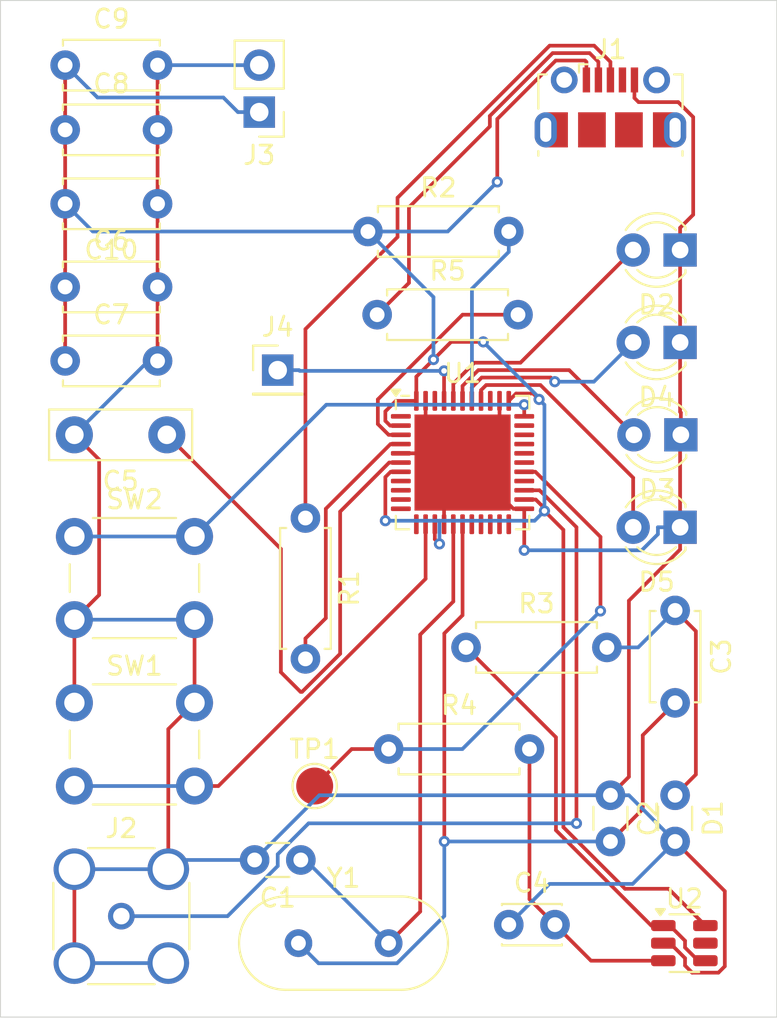
<source format=kicad_pcb>
(kicad_pcb (version 20240108) (generator "pcbnew") (generator_version "8.0")
  (layers (0 "F.Cu" signal) (31 "B.Cu" signal) (34 "B.Paste" user) (35 "F.Paste" user) (36 "B.SilkS" user "B.Silkscreen") (37 "F.SilkS" user "F.Silkscreen") (38 "B.Mask" user) (39 "F.Mask" user) (44 "Edge.Cuts" user))
  (net 0 "")
  (net 1 "Net-(U1-XTAL2)")
  (net 2 "GND")
  (net 3 "Net-(U1-XTAL1)")
  (net 4 "Net-(D1-K)")
  (net 5 "Net-(U2-+)")
  (net 6 "Net-(U1-UCAP)")
  (net 7 "5V")
  (net 8 "Net-(D2-A)")
  (net 9 "Net-(D3-A)")
  (net 10 "Net-(D4-A)")
  (net 11 "Net-(D5-A)")
  (net 16 "Net-(J1-D+)")
  (net 20 "Net-(J1-D-)")
  (net 23 "Net-(J2-In)")
  (net 24 "Net-(J4-Pin_1)")
  (net 25 "Net-(U1-D+)")
  (net 26 "Net-(SW2-A)")
  (net 27 "Net-(U2--)")
  (net 28 "Net-(U1-PD7)")
  (net 29 "Net-(U1-D-)")
  (net 30 "Net-(SW1-B)")
  (footprint "Capacitor_THT:C_Disc_D5.0mm_W2.5mm_P5.00mm" (layer "F.Cu") (at 135.5 70)
    (property "Reference" "C8" (at 2.5 -2.5 0) (layer "F.SilkS"))
    (property "Value" "100n")
    (pad "1" thru_hole circle (at 0 0) (size 1.6 1.6) (drill 0.8) (layers "*.Cu" "*.Mask") (net 7 "5V"))
    (pad "2" thru_hole circle (at 5 0) (size 1.6 1.6) (drill 0.8) (layers "*.Cu" "*.Mask") (net 2 "GND"))
  )
  (footprint "Resistor_THT:R_Axial_DIN0207_L6.3mm_D2.5mm_P7.62mm_Horizontal" (layer "F.Cu") (at 151.88 75.5)
    (property "Reference" "R2" (at 3.81 -2.37 0) (layer "F.SilkS"))
    (property "Value" "5k")
    (pad "1" thru_hole circle (at 0 0) (size 1.6 1.6) (drill 0.8) (layers "*.Cu" "*.Mask") (net 7 "5V"))
    (pad "2" thru_hole oval (at 7.62 0) (size 1.6 1.6) (drill 0.8) (layers "*.Cu" "*.Mask") (net 26 "Net-(SW2-A)"))
  )
  (footprint "Button_Switch_THT:SW_PUSH_6mm" (layer "F.Cu") (at 136 92)
    (property "Reference" "SW2" (at 3.25 -2 0) (layer "F.SilkS"))
    (property "Value" "~")
    (pad "1" thru_hole circle (at 0 0 90) (size 2 2) (drill 1.1) (layers "*.Cu" "*.Mask") (net 26 "Net-(SW2-A)"))
    (pad "1" thru_hole circle (at 6.5 0 90) (size 2 2) (drill 1.1) (layers "*.Cu" "*.Mask") (net 26 "Net-(SW2-A)"))
    (pad "2" thru_hole circle (at 0 4.5 90) (size 2 2) (drill 1.1) (layers "*.Cu" "*.Mask") (net 2 "GND"))
    (pad "2" thru_hole circle (at 6.5 4.5 90) (size 2 2) (drill 1.1) (layers "*.Cu" "*.Mask") (net 2 "GND"))
  )
  (footprint "Capacitor_THT:C_Disc_D3.0mm_W1.6mm_P2.50mm" (layer "F.Cu") (at 148.25 109.5 180)
    (property "Reference" "C1" (at 1.25 -2.05 0) (layer "F.SilkS"))
    (property "Value" "18pF")
    (pad "1" thru_hole circle (at 0 0 180) (size 1.6 1.6) (drill 0.8) (layers "*.Cu" "*.Mask") (net 1 "Net-(U1-XTAL2)"))
    (pad "2" thru_hole circle (at 2.5 0 180) (size 1.6 1.6) (drill 0.8) (layers "*.Cu" "*.Mask") (net 2 "GND"))
  )
  (footprint "Capacitor_THT:C_Disc_D4.7mm_W2.5mm_P5.00mm" (layer "F.Cu") (at 168.5 96 -90)
    (property "Reference" "C3" (at 2.5 -2.5 90) (layer "F.SilkS"))
    (property "Value" "10nF")
    (pad "1" thru_hole circle (at 0 0 270) (size 1.6 1.6) (drill 0.8) (layers "*.Cu" "*.Mask") (net 4 "Net-(D1-K)"))
    (pad "2" thru_hole circle (at 5 0 270) (size 1.6 1.6) (drill 0.8) (layers "*.Cu" "*.Mask") (net 3 "Net-(U1-XTAL1)"))
  )
  (footprint "LED_THT:LED_D3.0mm" (layer "F.Cu") (at 168.77 81.5 180)
    (property "Reference" "D4" (at 1.27 -2.96 0) (layer "F.SilkS"))
    (property "Value" "LED_Small")
    (pad "1" thru_hole rect (at 0 0 180) (size 1.8 1.8) (drill 0.9) (layers "*.Cu" "*.Mask") (net 2 "GND"))
    (pad "2" thru_hole circle (at 2.54 0 180) (size 1.8 1.8) (drill 0.9) (layers "*.Cu" "*.Mask") (net 10 "Net-(D4-A)"))
  )
  (footprint "Package_DFN_QFN:QFN-44-1EP_7x7mm_P0.5mm_EP5.2x5.2mm" (layer "F.Cu") (at 157 88)
    (property "Reference" "U1" (at 0 -4.83 0) (layer "F.SilkS"))
    (property "Value" "ATmega16U4-M")
    (pad "1" smd roundrect (at -3.3375 -2.5) (size 1.075 0.25) (layers "F.Cu" "F.Paste" "F.Mask"))
    (pad "2" smd roundrect (at -3.3375 -2) (size 1.075 0.25) (layers "F.Cu" "F.Paste" "F.Mask") (net 7 "5V"))
    (pad "3" smd roundrect (at -3.3375 -1.5) (size 1.075 0.25) (layers "F.Cu" "F.Paste" "F.Mask") (net 29 "Net-(U1-D-)"))
    (pad "4" smd roundrect (at -3.3375 -1) (size 1.075 0.25) (layers "F.Cu" "F.Paste" "F.Mask") (net 25 "Net-(U1-D+)"))
    (pad "5" smd roundrect (at -3.3375 -0.5) (size 1.075 0.25) (layers "F.Cu" "F.Paste" "F.Mask") (net 2 "GND"))
    (pad "6" smd roundrect (at -3.3375 0) (size 1.075 0.25) (layers "F.Cu" "F.Paste" "F.Mask") (net 6 "Net-(U1-UCAP)"))
    (pad "7" smd roundrect (at -3.3375 0.5) (size 1.075 0.25) (layers "F.Cu" "F.Paste" "F.Mask") (net 7 "5V"))
    (pad "8" smd roundrect (at -3.3375 1) (size 1.075 0.25) (layers "F.Cu" "F.Paste" "F.Mask"))
    (pad "9" smd roundrect (at -3.3375 1.5) (size 1.075 0.25) (layers "F.Cu" "F.Paste" "F.Mask"))
    (pad "10" smd roundrect (at -3.3375 2) (size 1.075 0.25) (layers "F.Cu" "F.Paste" "F.Mask"))
    (pad "11" smd roundrect (at -3.3375 2.5) (size 1.075 0.25) (layers "F.Cu" "F.Paste" "F.Mask"))
    (pad "12" smd roundrect (at -2.5 3.3375) (size 0.25 1.075) (layers "F.Cu" "F.Paste" "F.Mask"))
    (pad "13" smd roundrect (at -2 3.3375) (size 0.25 1.075) (layers "F.Cu" "F.Paste" "F.Mask") (net 30 "Net-(SW1-B)"))
    (pad "14" smd roundrect (at -1.5 3.3375) (size 0.25 1.075) (layers "F.Cu" "F.Paste" "F.Mask") (net 7 "5V"))
    (pad "15" smd roundrect (at -1 3.3375) (size 0.25 1.075) (layers "F.Cu" "F.Paste" "F.Mask") (net 2 "GND"))
    (pad "16" smd roundrect (at -0.5 3.3375) (size 0.25 1.075) (layers "F.Cu" "F.Paste" "F.Mask") (net 1 "Net-(U1-XTAL2)"))
    (pad "17" smd roundrect (at 0 3.3375) (size 0.25 1.075) (layers "F.Cu" "F.Paste" "F.Mask") (net 3 "Net-(U1-XTAL1)"))
    (pad "18" smd roundrect (at 0.5 3.3375) (size 0.25 1.075) (layers "F.Cu" "F.Paste" "F.Mask"))
    (pad "19" smd roundrect (at 1 3.3375) (size 0.25 1.075) (layers "F.Cu" "F.Paste" "F.Mask"))
    (pad "20" smd roundrect (at 1.5 3.3375) (size 0.25 1.075) (layers "F.Cu" "F.Paste" "F.Mask"))
    (pad "21" smd roundrect (at 2 3.3375) (size 0.25 1.075) (layers "F.Cu" "F.Paste" "F.Mask"))
    (pad "22" smd roundrect (at 2.5 3.3375) (size 0.25 1.075) (layers "F.Cu" "F.Paste" "F.Mask"))
    (pad "23" smd roundrect (at 3.3375 2.5) (size 1.075 0.25) (layers "F.Cu" "F.Paste" "F.Mask") (net 2 "GND"))
    (pad "24" smd roundrect (at 3.3375 2) (size 1.075 0.25) (layers "F.Cu" "F.Paste" "F.Mask") (net 7 "5V"))
    (pad "25" smd roundrect (at 3.3375 1.5) (size 1.075 0.25) (layers "F.Cu" "F.Paste" "F.Mask") (net 23 "Net-(J2-In)"))
    (pad "26" smd roundrect (at 3.3375 1) (size 1.075 0.25) (layers "F.Cu" "F.Paste" "F.Mask"))
    (pad "27" smd roundrect (at 3.3375 0.5) (size 1.075 0.25) (layers "F.Cu" "F.Paste" "F.Mask") (net 28 "Net-(U1-PD7)"))
    (pad "28" smd roundrect (at 3.3375 0) (size 1.075 0.25) (layers "F.Cu" "F.Paste" "F.Mask"))
    (pad "29" smd roundrect (at 3.3375 -0.5) (size 1.075 0.25) (layers "F.Cu" "F.Paste" "F.Mask"))
    (pad "30" smd roundrect (at 3.3375 -1) (size 1.075 0.25) (layers "F.Cu" "F.Paste" "F.Mask"))
    (pad "31" smd roundrect (at 3.3375 -1.5) (size 1.075 0.25) (layers "F.Cu" "F.Paste" "F.Mask"))
    (pad "32" smd roundrect (at 3.3375 -2) (size 1.075 0.25) (layers "F.Cu" "F.Paste" "F.Mask"))
    (pad "33" smd roundrect (at 3.3375 -2.5) (size 1.075 0.25) (layers "F.Cu" "F.Paste" "F.Mask") (net 26 "Net-(SW2-A)"))
    (pad "34" smd roundrect (at 2.5 -3.3375) (size 0.25 1.075) (layers "F.Cu" "F.Paste" "F.Mask") (net 7 "5V"))
    (pad "35" smd roundrect (at 2 -3.3375) (size 0.25 1.075) (layers "F.Cu" "F.Paste" "F.Mask") (net 2 "GND"))
    (pad "36" smd roundrect (at 1.5 -3.3375) (size 0.25 1.075) (layers "F.Cu" "F.Paste" "F.Mask"))
    (pad "37" smd roundrect (at 1 -3.3375) (size 0.25 1.075) (layers "F.Cu" "F.Paste" "F.Mask") (net 11 "Net-(D5-A)"))
    (pad "38" smd roundrect (at 0.5 -3.3375) (size 0.25 1.075) (layers "F.Cu" "F.Paste" "F.Mask") (net 10 "Net-(D4-A)"))
    (pad "39" smd roundrect (at 0 -3.3375) (size 0.25 1.075) (layers "F.Cu" "F.Paste" "F.Mask") (net 9 "Net-(D3-A)"))
    (pad "40" smd roundrect (at -0.5 -3.3375) (size 0.25 1.075) (layers "F.Cu" "F.Paste" "F.Mask") (net 8 "Net-(D2-A)"))
    (pad "41" smd roundrect (at -1 -3.3375) (size 0.25 1.075) (layers "F.Cu" "F.Paste" "F.Mask") (net 24 "Net-(J4-Pin_1)"))
    (pad "42" smd roundrect (at -1.5 -3.3375) (size 0.25 1.075) (layers "F.Cu" "F.Paste" "F.Mask"))
    (pad "43" smd roundrect (at -2 -3.3375) (size 0.25 1.075) (layers "F.Cu" "F.Paste" "F.Mask") (net 2 "GND"))
    (pad "44" smd roundrect (at -2.5 -3.3375) (size 0.25 1.075) (layers "F.Cu" "F.Paste" "F.Mask") (net 7 "5V"))
    (pad "45" smd rect (at 0 0) (size 5.2 5.2) (property pad_prop_heatsink) (layers "F.Cu" "F.Mask") (net 2 "GND"))
  )
  (footprint "LED_THT:LED_D3.0mm" (layer "F.Cu") (at 168.77 76.5 180)
    (property "Reference" "D2" (at 1.27 -2.96 0) (layer "F.SilkS"))
    (property "Value" "LED_Small")
    (pad "1" thru_hole rect (at 0 0 180) (size 1.8 1.8) (drill 0.9) (layers "*.Cu" "*.Mask") (net 2 "GND"))
    (pad "2" thru_hole circle (at 2.54 0 180) (size 1.8 1.8) (drill 0.9) (layers "*.Cu" "*.Mask") (net 8 "Net-(D2-A)"))
  )
  (footprint "Capacitor_THT:C_Disc_D5.0mm_W2.5mm_P5.00mm" (layer "F.Cu") (at 135.5 82.5)
    (property "Reference" "C7" (at 2.5 -2.5 0) (layer "F.SilkS"))
    (property "Value" "100n")
    (pad "1" thru_hole circle (at 0 0) (size 1.6 1.6) (drill 0.8) (layers "*.Cu" "*.Mask") (net 7 "5V"))
    (pad "2" thru_hole circle (at 5 0) (size 1.6 1.6) (drill 0.8) (layers "*.Cu" "*.Mask") (net 2 "GND"))
  )
  (footprint "Capacitor_THT:C_Disc_D5.0mm_W2.5mm_P5.00mm" (layer "F.Cu") (at 135.5 78.5)
    (property "Reference" "C6" (at 2.5 -2.5 0) (layer "F.SilkS"))
    (property "Value" "100n")
    (pad "1" thru_hole circle (at 0 0) (size 1.6 1.6) (drill 0.8) (layers "*.Cu" "*.Mask") (net 7 "5V"))
    (pad "2" thru_hole circle (at 5 0) (size 1.6 1.6) (drill 0.8) (layers "*.Cu" "*.Mask") (net 2 "GND"))
  )
  (footprint "Capacitor_THT:C_Disc_D7.5mm_W2.5mm_P5.00mm" (layer "F.Cu") (at 141 86.5 180)
    (property "Reference" "C5" (at 2.5 -2.5 0) (layer "F.SilkS"))
    (property "Value" "1u")
    (pad "1" thru_hole circle (at 0 0 180) (size 2 2) (drill 1) (layers "*.Cu" "*.Mask") (net 6 "Net-(U1-UCAP)"))
    (pad "2" thru_hole circle (at 5 0 180) (size 2 2) (drill 1) (layers "*.Cu" "*.Mask") (net 2 "GND"))
  )
  (footprint "LED_THT:LED_D3.0mm" (layer "F.Cu") (at 168.81 86.5 180)
    (property "Reference" "D3" (at 1.27 -2.96 0) (layer "F.SilkS"))
    (property "Value" "LED_Small")
    (pad "1" thru_hole rect (at 0 0 180) (size 1.8 1.8) (drill 0.9) (layers "*.Cu" "*.Mask") (net 2 "GND"))
    (pad "2" thru_hole circle (at 2.54 0 180) (size 1.8 1.8) (drill 0.9) (layers "*.Cu" "*.Mask") (net 9 "Net-(D3-A)"))
  )
  (footprint "Capacitor_THT:C_Disc_D5.0mm_W2.5mm_P5.00mm" (layer "F.Cu") (at 135.5 66.5)
    (property "Reference" "C9" (at 2.5 -2.5 0) (layer "F.SilkS"))
    (property "Value" "100n")
    (pad "1" thru_hole circle (at 0 0) (size 1.6 1.6) (drill 0.8) (layers "*.Cu" "*.Mask") (net 7 "5V"))
    (pad "2" thru_hole circle (at 5 0) (size 1.6 1.6) (drill 0.8) (layers "*.Cu" "*.Mask") (net 2 "GND"))
  )
  (footprint "TestPoint:TestPoint_Pad_D2.0mm" (layer "F.Cu") (at 149 105.5)
    (property "Reference" "TP1" (at 0 -1.998 0) (layer "F.SilkS"))
    (property "Value" "TestPoint")
    (pad "1" smd circle (at 0 0) (size 2 2) (layers "F.Cu" "F.Mask") (net 28 "Net-(U1-PD7)"))
  )
  (footprint "Package_TO_SOT_SMD:TSOT-23-6" (layer "F.Cu") (at 169 114)
    (property "Reference" "U2" (at 0 -2.4 0) (layer "F.SilkS"))
    (property "Value" "LMH6611")
    (pad "1" smd roundrect (at -1.1375 -0.95) (size 1.325 0.6) (layers "F.Cu" "F.Paste" "F.Mask") (net 27 "Net-(U2--)"))
    (pad "2" smd roundrect (at -1.1375 0) (size 1.325 0.6) (layers "F.Cu" "F.Paste" "F.Mask") (net 2 "GND"))
    (pad "3" smd roundrect (at -1.1375 0.95) (size 1.325 0.6) (layers "F.Cu" "F.Paste" "F.Mask") (net 5 "Net-(U2-+)"))
    (pad "4" smd roundrect (at 1.1375 0.95) (size 1.325 0.6) (layers "F.Cu" "F.Paste" "F.Mask") (net 27 "Net-(U2--)"))
    (pad "5" smd roundrect (at 1.1375 0) (size 1.325 0.6) (layers "F.Cu" "F.Paste" "F.Mask"))
    (pad "6" smd roundrect (at 1.1375 -0.95) (size 1.325 0.6) (layers "F.Cu" "F.Paste" "F.Mask") (net 7 "5V"))
  )
  (footprint "Connector_PinHeader_2.54mm:PinHeader_1x01_P2.54mm_Vertical" (layer "F.Cu") (at 147 83)
    (property "Reference" "J4" (at 0 -2.33 0) (layer "F.SilkS"))
    (property "Value" "Conn_01x01_Socket")
    (pad "1" thru_hole rect (at 0 0) (size 1.7 1.7) (drill 1) (layers "*.Cu" "*.Mask") (net 24 "Net-(J4-Pin_1)"))
  )
  (footprint "Resistor_THT:R_Axial_DIN0207_L6.3mm_D2.5mm_P7.62mm_Horizontal" (layer "F.Cu") (at 148.5 91 -90)
    (property "Reference" "R1" (at 3.81 -2.37 90) (layer "F.SilkS"))
    (property "Value" "22")
    (pad "1" thru_hole circle (at 0 0 270) (size 1.6 1.6) (drill 0.8) (layers "*.Cu" "*.Mask") (net 16 "Net-(J1-D+)"))
    (pad "2" thru_hole oval (at 7.62 0 270) (size 1.6 1.6) (drill 0.8) (layers "*.Cu" "*.Mask") (net 25 "Net-(U1-D+)"))
  )
  (footprint "Resistor_THT:R_Axial_DIN0207_L6.3mm_D2.5mm_P7.62mm_Horizontal" (layer "F.Cu") (at 157.19 98)
    (property "Reference" "R3" (at 3.81 -2.37 0) (layer "F.SilkS"))
    (property "Value" "5k")
    (pad "1" thru_hole circle (at 0 0) (size 1.6 1.6) (drill 0.8) (layers "*.Cu" "*.Mask") (net 27 "Net-(U2--)"))
    (pad "2" thru_hole oval (at 7.62 0) (size 1.6 1.6) (drill 0.8) (layers "*.Cu" "*.Mask") (net 4 "Net-(D1-K)"))
  )
  (footprint "LED_THT:LED_D3.0mm" (layer "F.Cu") (at 168.77 91.5 180)
    (property "Reference" "D5" (at 1.27 -2.96 0) (layer "F.SilkS"))
    (property "Value" "LED_Small")
    (pad "1" thru_hole rect (at 0 0 180) (size 1.8 1.8) (drill 0.9) (layers "*.Cu" "*.Mask") (net 2 "GND"))
    (pad "2" thru_hole circle (at 2.54 0 180) (size 1.8 1.8) (drill 0.9) (layers "*.Cu" "*.Mask") (net 11 "Net-(D5-A)"))
  )
  (footprint "Capacitor_THT:C_Disc_D3.0mm_W2.0mm_P2.50mm" (layer "F.Cu") (at 159.5 113)
    (property "Reference" "C4" (at 1.25 -2.25 0) (layer "F.SilkS"))
    (property "Value" "18pF")
    (pad "1" thru_hole circle (at 0 0) (size 1.6 1.6) (drill 0.8) (layers "*.Cu" "*.Mask") (net 2 "GND"))
    (pad "2" thru_hole circle (at 2.5 0) (size 1.6 1.6) (drill 0.8) (layers "*.Cu" "*.Mask") (net 5 "Net-(U2-+)"))
  )
  (footprint "Resistor_THT:R_Axial_DIN0207_L6.3mm_D2.5mm_P7.62mm_Horizontal" (layer "F.Cu") (at 152.38 80)
    (property "Reference" "R5" (at 3.81 -2.37 0) (layer "F.SilkS"))
    (property "Value" "22")
    (pad "1" thru_hole circle (at 0 0) (size 1.6 1.6) (drill 0.8) (layers "*.Cu" "*.Mask") (net 20 "Net-(J1-D-)"))
    (pad "2" thru_hole oval (at 7.62 0) (size 1.6 1.6) (drill 0.8) (layers "*.Cu" "*.Mask") (net 29 "Net-(U1-D-)"))
  )
  (footprint "Resistor_THT:R_Axial_DIN0207_L6.3mm_D2.5mm_P7.62mm_Horizontal" (layer "F.Cu") (at 153 103.5)
    (property "Reference" "R4" (at 3.81 -2.37 0) (layer "F.SilkS"))
    (property "Value" "5k")
    (pad "1" thru_hole circle (at 0 0) (size 1.6 1.6) (drill 0.8) (layers "*.Cu" "*.Mask") (net 28 "Net-(U1-PD7)"))
    (pad "2" thru_hole oval (at 7.62 0) (size 1.6 1.6) (drill 0.8) (layers "*.Cu" "*.Mask") (net 5 "Net-(U2-+)"))
  )
  (footprint "Connector_Coaxial:SMA_Amphenol_132134-14_Vertical" (layer "F.Cu") (at 138.54 112.54)
    (property "Reference" "J2" (at 0 -4.75 0) (layer "F.SilkS"))
    (property "Value" "Conn_Coaxial")
    (pad "1" thru_hole circle (at 0 0) (size 1.44 1.44) (drill 0.89) (layers "*.Cu" "*.Mask") (net 23 "Net-(J2-In)"))
    (pad "2" thru_hole circle (at -2.54 -2.54) (size 2.25 2.25) (drill 1.7) (layers "*.Cu" "*.Mask") (net 2 "GND"))
    (pad "2" thru_hole circle (at -2.54 2.54) (size 2.25 2.25) (drill 1.7) (layers "*.Cu" "*.Mask") (net 2 "GND"))
    (pad "2" thru_hole circle (at 2.54 -2.54) (size 2.25 2.25) (drill 1.7) (layers "*.Cu" "*.Mask") (net 2 "GND"))
    (pad "2" thru_hole circle (at 2.54 2.54) (size 2.25 2.25) (drill 1.7) (layers "*.Cu" "*.Mask") (net 2 "GND"))
  )
  (footprint "Connector_USB:USB_Micro-B_Molex-105017-0001" (layer "F.Cu") (at 165 68.7625)
    (property "Reference" "J1" (at 0 -3.1125 0) (layer "F.SilkS"))
    (property "Value" "USB_OTG")
    (pad "1" smd rect (at -1.3 -1.4625) (size 0.4 1.35) (layers "F.Cu" "F.Paste" "F.Mask") (net 7 "5V"))
    (pad "2" smd rect (at -0.65 -1.4625) (size 0.4 1.35) (layers "F.Cu" "F.Paste" "F.Mask") (net 20 "Net-(J1-D-)"))
    (pad "3" smd rect (at 0 -1.4625) (size 0.4 1.35) (layers "F.Cu" "F.Paste" "F.Mask") (net 16 "Net-(J1-D+)"))
    (pad "4" smd rect (at 0.65 -1.4625) (size 0.4 1.35) (layers "F.Cu" "F.Paste" "F.Mask"))
    (pad "5" smd rect (at 1.3 -1.4625) (size 0.4 1.35) (layers "F.Cu" "F.Paste" "F.Mask") (net 2 "GND"))
    (pad "6" thru_hole oval (at -3.5 1.2375 180) (size 1.2 1.9) (drill oval 0.6 1.3) (property pad_prop_heatsink) (layers "*.Cu" "*.Mask"))
    (pad "6" smd rect (at -2.9 1.2375) (size 1.2 1.9) (layers "F.Cu" "F.Mask"))
    (pad "6" thru_hole circle (at -2.5 -1.4625) (size 1.45 1.45) (drill 0.85) (property pad_prop_heatsink) (layers "*.Cu" "*.Mask"))
    (pad "6" smd rect (at -1 1.2375) (size 1.5 1.9) (layers "F.Cu" "F.Paste" "F.Mask"))
    (pad "6" smd rect (at 1 1.2375) (size 1.5 1.9) (layers "F.Cu" "F.Paste" "F.Mask"))
    (pad "6" thru_hole circle (at 2.5 -1.4625) (size 1.45 1.45) (drill 0.85) (property pad_prop_heatsink) (layers "*.Cu" "*.Mask"))
    (pad "6" smd rect (at 2.9 1.2375) (size 1.2 1.9) (layers "F.Cu" "F.Mask"))
    (pad "6" thru_hole oval (at 3.5 1.2375) (size 1.2 1.9) (drill oval 0.6 1.3) (property pad_prop_heatsink) (layers "*.Cu" "*.Mask"))
  )
  (footprint "Button_Switch_THT:SW_PUSH_6mm" (layer "F.Cu") (at 136 101)
    (property "Reference" "SW1" (at 3.25 -2 0) (layer "F.SilkS"))
    (property "Value" "~")
    (pad "1" thru_hole circle (at 0 0 90) (size 2 2) (drill 1.1) (layers "*.Cu" "*.Mask") (net 2 "GND"))
    (pad "1" thru_hole circle (at 6.5 0 90) (size 2 2) (drill 1.1) (layers "*.Cu" "*.Mask") (net 2 "GND"))
    (pad "2" thru_hole circle (at 0 4.5 90) (size 2 2) (drill 1.1) (layers "*.Cu" "*.Mask") (net 30 "Net-(SW1-B)"))
    (pad "2" thru_hole circle (at 6.5 4.5 90) (size 2 2) (drill 1.1) (layers "*.Cu" "*.Mask") (net 30 "Net-(SW1-B)"))
  )
  (footprint "Crystal:Crystal_HC49-U_Vertical" (layer "F.Cu") (at 148.12 114)
    (property "Reference" "Y1" (at 2.44 -3.525 0) (layer "F.SilkS"))
    (property "Value" "Crystal")
    (pad "1" thru_hole circle (at 0 0) (size 1.5 1.5) (drill 0.8) (layers "*.Cu" "*.Mask") (net 3 "Net-(U1-XTAL1)"))
    (pad "2" thru_hole circle (at 4.88 0) (size 1.5 1.5) (drill 0.8) (layers "*.Cu" "*.Mask") (net 1 "Net-(U1-XTAL2)"))
  )
  (footprint "Connector_PinHeader_2.54mm:PinHeader_1x02_P2.54mm_Vertical" (layer "F.Cu") (at 146 69.04 180)
    (property "Reference" "J3" (at 0 -2.33 0) (layer "F.SilkS"))
    (property "Value" "Conn_01x02_Socket")
    (pad "1" thru_hole rect (at 0 0 180) (size 1.7 1.7) (drill 1) (layers "*.Cu" "*.Mask") (net 7 "5V"))
    (pad "2" thru_hole oval (at 0 2.54 180) (size 1.7 1.7) (drill 1) (layers "*.Cu" "*.Mask") (net 2 "GND"))
  )
  (footprint "Capacitor_THT:C_Disc_D3.0mm_W1.6mm_P2.50mm" (layer "F.Cu") (at 168.5 106 -90)
    (property "Reference" "D1" (at 1.25 -2.05 90) (layer "F.SilkS"))
    (property "Value" "10pF")
    (pad "1" thru_hole circle (at 0 0 270) (size 1.6 1.6) (drill 0.8) (layers "*.Cu" "*.Mask") (net 4 "Net-(D1-K)"))
    (pad "2" thru_hole circle (at 2.5 0 270) (size 1.6 1.6) (drill 0.8) (layers "*.Cu" "*.Mask") (net 2 "GND"))
  )
  (footprint "Capacitor_THT:C_Disc_D5.0mm_W2.5mm_P5.00mm" (layer "F.Cu") (at 140.5 74 180)
    (property "Reference" "C10" (at 2.5 -2.5 0) (layer "F.SilkS"))
    (property "Value" "100n")
    (pad "1" thru_hole circle (at 0 0 180) (size 1.6 1.6) (drill 0.8) (layers "*.Cu" "*.Mask") (net 2 "GND"))
    (pad "2" thru_hole circle (at 5 0 180) (size 1.6 1.6) (drill 0.8) (layers "*.Cu" "*.Mask") (net 7 "5V"))
  )
  (footprint "Capacitor_THT:C_Disc_D3.0mm_W1.6mm_P2.50mm" (layer "F.Cu") (at 165 106 -90)
    (property "Reference" "C2" (at 1.25 -2.05 90) (layer "F.SilkS"))
    (property "Value" "18pF")
    (pad "1" thru_hole circle (at 0 0 270) (size 1.6 1.6) (drill 0.8) (layers "*.Cu" "*.Mask") (net 2 "GND"))
    (pad "2" thru_hole circle (at 2.5 0 270) (size 1.6 1.6) (drill 0.8) (layers "*.Cu" "*.Mask") (net 3 "Net-(U1-XTAL1)"))
  )
  (gr_rect (start 132 63) (end 174 118) (stroke (width 0.05)) (fill none) (layer "Edge.Cuts"))
  (segment (start 156.5 91.3375) (end 156.5 95.5166) (width 0.2) (layer "F.Cu") (net 1))
  (segment (start 154.708 112.292) (end 153 114) (width 0.2) (layer "F.Cu") (net 1))
  (segment (start 156.5 95.5166) (end 154.708 97.3086) (width 0.2) (layer "F.Cu") (net 1))
  (segment (start 154.708 97.3086) (end 154.708 112.292) (width 0.2) (layer "F.Cu") (net 1))
  (segment (start 148.5 109.5) (end 153 114) (width 0.2) (layer "B.Cu") (net 1))
  (segment (start 148.25 109.5) (end 148.5 109.5) (width 0.2) (layer "B.Cu") (net 1))
  (segment (start 167.8625 114) (end 168.2234 114) (width 0.2) (layer "F.Cu") (net 2))
  (segment (start 168.77 91.5) (end 168.77 92.7017) (width 0.2) (layer "F.Cu") (net 2))
  (segment (start 160.3375 90.5) (end 160.3375 92.745) (width 0.2) (layer "F.Cu") (net 2))
  (segment (start 156 88) (end 157 88) (width 0.2) (layer "F.Cu") (net 2))
  (segment (start 169.0366 115.213) (end 169.4203 115.5967) (width 0.2) (layer "F.Cu") (net 2))
  (segment (start 137.338 87.838) (end 137.338 95.162) (width 0.2) (layer "F.Cu") (net 2))
  (segment (start 168.81 85.9371) (end 168.81 85.2983) (width 0.2) (layer "F.Cu") (net 2))
  (segment (start 141.08 102.42) (end 142.5 101) (width 0.2) (layer "F.Cu") (net 2))
  (segment (start 155.5 87.5) (end 155 87.5) (width 0.2) (layer "F.Cu") (net 2))
  (segment (start 169.4782 69.3103) (end 169.4782 74.5901) (width 0.2) (layer "F.Cu") (net 2))
  (segment (start 165.9996 95.4721) (end 165.9996 105.0004) (width 0.2) (layer "F.Cu") (net 2))
  (segment (start 156 88) (end 156 91.3375) (width 0.2) (layer "F.Cu") (net 2))
  (segment (start 169.4203 115.5967) (end 170.8432 115.5967) (width 0.2) (layer "F.Cu") (net 2))
  (segment (start 140.5 82.5) (end 140.5 78.5) (width 0.2) (layer "F.Cu") (net 2))
  (segment (start 159 84.6625) (end 159 85.6501) (width 0.2) (layer "F.Cu") (net 2))
  (segment (start 169.0366 114.8132) (end 169.0366 115.213) (width 0.2) (layer "F.Cu") (net 2))
  (segment (start 169.4782 74.5901) (end 168.77 75.2983) (width 0.2) (layer "F.Cu") (net 2))
  (segment (start 168.6668 68.4989) (end 169.4782 69.3103) (width 0.2) (layer "F.Cu") (net 2))
  (segment (start 159 86) (end 157 88) (width 0.2) (layer "F.Cu") (net 2))
  (segment (start 140.5 70) (end 140.5 66.5) (width 0.2) (layer "F.Cu") (net 2))
  (segment (start 166.5222 68.4989) (end 168.6668 68.4989) (width 0.2) (layer "F.Cu") (net 2))
  (segment (start 136 101) (end 136 96.5) (width 0.2) (layer "F.Cu") (net 2))
  (segment (start 159 85.6501) (end 159 89.75) (width 0.2) (layer "F.Cu") (net 2))
  (segment (start 166.3 67.3) (end 166.3 68.2767) (width 0.2) (layer "F.Cu") (net 2))
  (segment (start 159 85.6501) (end 159 86) (width 0.2) (layer "F.Cu") (net 2))
  (segment (start 142.5 101) (end 142.5 96.5) (width 0.2) (layer "F.Cu") (net 2))
  (segment (start 136 86.5) (end 137.338 87.838) (width 0.2) (layer "F.Cu") (net 2))
  (segment (start 153.6625 87.5) (end 155 87.5) (width 0.2) (layer "F.Cu") (net 2))
  (segment (start 137.338 95.162) (end 136 96.5) (width 0.2) (layer "F.Cu") (net 2))
  (segment (start 155 87.5) (end 155 84.6625) (width 0.2) (layer "F.Cu") (net 2))
  (segment (start 159 89.75) (end 159.75 90.5) (width 0.2) (layer "F.Cu") (net 2))
  (segment (start 168.77 85.9771) (end 168.77 91.5) (width 0.2) (layer "F.Cu") (net 2))
  (segment (start 140.5 78.5) (end 140.5 74) (width 0.2) (layer "F.Cu") (net 2))
  (segment (start 156 88) (end 155.5 87.5) (width 0.2) (layer "F.Cu") (net 2))
  (segment (start 170.8432 115.5967) (end 171.1881 115.2518) (width 0.2) (layer "F.Cu") (net 2))
  (segment (start 165.9996 105.0004) (end 165 106) (width 0.2) (layer "F.Cu") (net 2))
  (segment (start 171.1881 115.2518) (end 171.1881 111.1881) (width 0.2) (layer "F.Cu") (net 2))
  (segment (start 166.3 68.2767) (end 166.5222 68.4989) (width 0.2) (layer "F.Cu") (net 2))
  (segment (start 168.2234 114) (end 169.0366 114.8132) (width 0.2) (layer "F.Cu") (net 2))
  (segment (start 136 110) (end 136 115.08) (width 0.2) (layer "F.Cu") (net 2))
  (segment (start 140.5 70) (end 140.5 74) (width 0.2) (layer "F.Cu") (net 2))
  (segment (start 168.81 85.2983) (end 168.77 85.2583) (width 0.2) (layer "F.Cu") (net 2))
  (segment (start 168.77 76.5) (end 168.77 81.5) (width 0.2) (layer "F.Cu") (net 2))
  (segment (start 168.77 92.7017) (end 165.9996 95.4721) (width 0.2) (layer "F.Cu") (net 2))
  (segment (start 168.77 76.5) (end 168.77 75.2983) (width 0.2) (layer "F.Cu") (net 2))
  (segment (start 168.81 86.5) (end 168.81 85.9371) (width 0.2) (layer "F.Cu") (net 2))
  (segment (start 168.81 85.9371) (end 168.77 85.9771) (width 0.2) (layer "F.Cu") (net 2))
  (segment (start 141.08 110) (end 141.08 102.42) (width 0.2) (layer "F.Cu") (net 2))
  (segment (start 171.1881 111.1881) (end 168.5 108.5) (width 0.2) (layer "F.Cu") (net 2))
  (segment (start 159.75 90.5) (end 160.3375 90.5) (width 0.2) (layer "F.Cu") (net 2))
  (segment (start 168.77 85.2583) (end 168.77 81.5) (width 0.2) (layer "F.Cu") (net 2))
  (via (at 160.3375 92.745) (size 0.6) (drill 0.3) (layers "F.Cu" "B.Cu") (net 2))
  (segment (start 166.6988 92.745) (end 160.3375 92.745) (width 0.2) (layer "B.Cu") (net 2))
  (segment (start 159.5 113) (end 161.7036 110.7964) (width 0.2) (layer "B.Cu") (net 2))
  (segment (start 141.58 109.5) (end 141.08 110) (width 0.2) (layer "B.Cu") (net 2))
  (segment (start 145.75 109.5) (end 141.58 109.5) (width 0.2) (layer "B.Cu") (net 2))
  (segment (start 136 96.5) (end 142.5 96.5) (width 0.2) (layer "B.Cu") (net 2))
  (segment (start 166.2036 110.7964) (end 168.5 108.5) (width 0.2) (layer "B.Cu") (net 2))
  (segment (start 166 106) (end 168.5 108.5) (width 0.2) (layer "B.Cu") (net 2))
  (segment (start 149.25 106) (end 145.75 109.5) (width 0.2) (layer "B.Cu") (net 2))
  (segment (start 167.5683 91.5) (end 167.5683 91.8755) (width 0.2) (layer "B.Cu") (net 2))
  (segment (start 136 110) (end 141.08 110) (width 0.2) (layer "B.Cu") (net 2))
  (segment (start 165 106) (end 166 106) (width 0.2) (layer "B.Cu") (net 2))
  (segment (start 140 82.5) (end 140.5 82.5) (width 0.2) (layer "B.Cu") (net 2))
  (segment (start 167.5683 91.8755) (end 166.6988 92.745) (width 0.2) (layer "B.Cu") (net 2))
  (segment (start 136 115.08) (end 141.08 115.08) (width 0.2) (layer "B.Cu") (net 2))
  (segment (start 140.5 66.5) (end 146 66.5) (width 0.2) (layer "B.Cu") (net 2))
  (segment (start 136 86.5) (end 140 82.5) (width 0.2) (layer "B.Cu") (net 2))
  (segment (start 161.7036 110.7964) (end 166.2036 110.7964) (width 0.2) (layer "B.Cu") (net 2))
  (segment (start 168.77 91.5) (end 167.5683 91.5) (width 0.2) (layer "B.Cu") (net 2))
  (segment (start 165 106) (end 149.25 106) (width 0.2) (layer "B.Cu") (net 2))
  (segment (start 166.7501 106.7499) (end 165 108.5) (width 0.2) (layer "F.Cu") (net 3))
  (segment (start 156.0143 97.2435) (end 156.0143 108.5) (width 0.2) (layer "F.Cu") (net 3))
  (segment (start 166.7501 102.7499) (end 166.7501 106.7499) (width 0.2) (layer "F.Cu") (net 3))
  (segment (start 157 96.2578) (end 156.0143 97.2435) (width 0.2) (layer "F.Cu") (net 3))
  (segment (start 168.5 101) (end 166.7501 102.7499) (width 0.2) (layer "F.Cu") (net 3))
  (segment (start 157 91.3375) (end 157 96.2578) (width 0.2) (layer "F.Cu") (net 3))
  (via (at 156.0143 108.5) (size 0.6) (drill 0.3) (layers "F.Cu" "B.Cu") (net 3))
  (segment (start 153.4546 115.0901) (end 156.0143 112.5304) (width 0.2) (layer "B.Cu") (net 3))
  (segment (start 165 108.5) (end 156.0143 108.5) (width 0.2) (layer "B.Cu") (net 3))
  (segment (start 148.12 114) (end 149.2101 115.0901) (width 0.2) (layer "B.Cu") (net 3))
  (segment (start 156.0143 112.5304) (end 156.0143 108.5) (width 0.2) (layer "B.Cu") (net 3))
  (segment (start 149.2101 115.0901) (end 153.4546 115.0901) (width 0.2) (layer "B.Cu") (net 3))
  (segment (start 169.6219 104.8781) (end 169.6219 97.1219) (width 0.2) (layer "F.Cu") (net 4))
  (segment (start 169.6219 97.1219) (end 168.5 96) (width 0.2) (layer "F.Cu") (net 4))
  (segment (start 168.5 106) (end 169.6219 104.8781) (width 0.2) (layer "F.Cu") (net 4))
  (segment (start 166.5 98) (end 164.81 98) (width 0.2) (layer "B.Cu") (net 4))
  (segment (start 168.5 96) (end 166.5 98) (width 0.2) (layer "B.Cu") (net 4))
  (segment (start 163.95 114.95) (end 162 113) (width 0.2) (layer "F.Cu") (net 5))
  (segment (start 160.62 103.5) (end 160.62 104.6017) (width 0.2) (layer "F.Cu") (net 5))
  (segment (start 167.8625 114.95) (end 163.95 114.95) (width 0.2) (layer "F.Cu") (net 5))
  (segment (start 160.62 111.62) (end 162 113) (width 0.2) (layer "F.Cu") (net 5))
  (segment (start 160.62 104.6017) (end 160.62 111.62) (width 0.2) (layer "F.Cu") (net 5))
  (segment (start 148.2346 100.4044) (end 147.1712 99.341) (width 0.2) (layer "F.Cu") (net 6))
  (segment (start 150.3775 98.3441) (end 148.3172 100.4044) (width 0.2) (layer "F.Cu") (net 6))
  (segment (start 153.6625 88) (end 153.0314 88) (width 0.2) (layer "F.Cu") (net 6))
  (segment (start 147.1712 92.6712) (end 141 86.5) (width 0.2) (layer "F.Cu") (net 6))
  (segment (start 150.3775 90.6539) (end 150.3775 98.3441) (width 0.2) (layer "F.Cu") (net 6))
  (segment (start 148.3172 100.4044) (end 148.2346 100.4044) (width 0.2) (layer "F.Cu") (net 6))
  (segment (start 153.0314 88) (end 150.3775 90.6539) (width 0.2) (layer "F.Cu") (net 6))
  (segment (start 147.1712 99.341) (end 147.1712 92.6712) (width 0.2) (layer "F.Cu") (net 6))
  (segment (start 152.8231 88.7864) (end 152.8231 91.1474) (width 0.2) (layer "F.Cu") (net 7))
  (segment (start 155.4266 82.4266) (end 156.3833 81.4699) (width 0.2) (layer "F.Cu") (net 7))
  (segment (start 161.4303 90.616) (end 162.4543 91.64) (width 0.2) (layer "F.Cu") (net 7))
  (segment (start 153.6625 88.5) (end 153.1095 88.5) (width 0.2) (layer "F.Cu") (net 7))
  (segment (start 135.5 82.5) (end 135.5 78.5) (width 0.2) (layer "F.Cu") (net 7))
  (segment (start 163.6265 66.2498) (end 162.0418 66.2498) (width 0.2) (layer "F.Cu") (net 7))
  (segment (start 152.8231 85.744) (end 152.8231 85.2336) (width 0.2) (layer "F.Cu") (net 7))
  (segment (start 168.1469 111.0594) (end 170.1375 113.05) (width 0.2) (layer "F.Cu") (net 7))
  (segment (start 160.8204 84.2652) (end 161.1393 84.5841) (width 0.2) (layer "F.Cu") (net 7))
  (segment (start 161.4303 90.4718) (end 160.9585 90) (width 0.2) (layer "F.Cu") (net 7))
  (segment (start 165.7883 111.0594) (end 168.1469 111.0594) (width 0.2) (layer "F.Cu") (net 7))
  (segment (start 135.5 70) (end 135.5 74) (width 0.2) (layer "F.Cu") (net 7))
  (segment (start 162.4543 107.7254) (end 165.7883 111.0594) (width 0.2) (layer "F.Cu") (net 7))
  (segment (start 163.7 66.3233) (end 163.6265 66.2498) (width 0.2) (layer "F.Cu") (net 7))
  (segment (start 158.8784 69.4132) (end 158.8784 72.8167) (width 0.2) (layer "F.Cu") (net 7))
  (segment (start 163.7 67.3) (end 163.7 66.3233) (width 0.2) (layer "F.Cu") (net 7))
  (segment (start 159.5 84.6625) (end 159.8973 84.2652) (width 0.2) (layer "F.Cu") (net 7))
  (segment (start 155.5 92.1504) (end 155.75 92.4004) (width 0.2) (layer "F.Cu") (net 7))
  (segment (start 152.8231 85.2336) (end 153.3942 84.6625) (width 0.2) (layer "F.Cu") (net 7))
  (segment (start 153.3942 84.6625) (end 154.5 84.6625) (width 0.2) (layer "F.Cu") (net 7))
  (segment (start 156.3833 81.4699) (end 158.1191 81.4699) (width 0.2) (layer "F.Cu") (net 7))
  (segment (start 135.5 66.5) (end 135.5 70) (width 0.2) (layer "F.Cu") (net 7))
  (segment (start 153.6625 86) (end 153.0791 86) (width 0.2) (layer "F.Cu") (net 7))
  (segment (start 162.0418 66.2498) (end 158.8784 69.4132) (width 0.2) (layer "F.Cu") (net 7))
  (segment (start 162.4543 91.64) (end 162.4543 107.7254) (width 0.2) (layer "F.Cu") (net 7))
  (segment (start 154.5 83.3532) (end 155.4266 82.4266) (width 0.2) (layer "F.Cu") (net 7))
  (segment (start 161.4303 90.616) (end 161.4303 90.4718) (width 0.2) (layer "F.Cu") (net 7))
  (segment (start 153.1095 88.5) (end 152.8231 88.7864) (width 0.2) (layer "F.Cu") (net 7))
  (segment (start 135.5 78.5) (end 135.5 74) (width 0.2) (layer "F.Cu") (net 7))
  (segment (start 160.9585 90) (end 160.3375 90) (width 0.2) (layer "F.Cu") (net 7))
  (segment (start 155.5 91.3375) (end 155.5 92.1504) (width 0.2) (layer "F.Cu") (net 7))
  (segment (start 154.5 84.6625) (end 154.5 83.3532) (width 0.2) (layer "F.Cu") (net 7))
  (segment (start 159.8973 84.2652) (end 160.8204 84.2652) (width 0.2) (layer "F.Cu") (net 7))
  (segment (start 153.0791 86) (end 152.8231 85.744) (width 0.2) (layer "F.Cu") (net 7))
  (via (at 161.1393 84.5841) (size 0.6) (drill 0.3) (layers "F.Cu" "B.Cu") (net 7))
  (via (at 161.4303 90.616) (size 0.6) (drill 0.3) (layers "F.Cu" "B.Cu") (net 7))
  (via (at 155.4266 82.4266) (size 0.6) (drill 0.3) (layers "F.Cu" "B.Cu") (net 7))
  (via (at 152.8231 91.1474) (size 0.6) (drill 0.3) (layers "F.Cu" "B.Cu") (net 7))
  (via (at 158.8784 72.8167) (size 0.6) (drill 0.3) (layers "F.Cu" "B.Cu") (net 7))
  (via (at 158.1191 81.4699) (size 0.6) (drill 0.3) (layers "F.Cu" "B.Cu") (net 7))
  (via (at 155.75 92.4004) (size 0.6) (drill 0.3) (layers "F.Cu" "B.Cu") (net 7))
  (segment (start 135.5 74) (end 137 75.5) (width 0.2) (layer "B.Cu") (net 7))
  (segment (start 161.4303 90.616) (end 160.8989 91.1474) (width 0.2) (layer "B.Cu") (net 7))
  (segment (start 137 75.5) (end 151.88 75.5) (width 0.2) (layer "B.Cu") (net 7))
  (segment (start 161.4303 84.8751) (end 161.4303 90.616) (width 0.2) (layer "B.Cu") (net 7))
  (segment (start 161.1393 84.5841) (end 161.1393 84.4901) (width 0.2) (layer "B.Cu") (net 7))
  (segment (start 146 69.04) (end 144.8483 69.04) (width 0.2) (layer "B.Cu") (net 7))
  (segment (start 135.5 66.5) (end 137.25 68.25) (width 0.2) (layer "B.Cu") (net 7))
  (segment (start 137.25 68.25) (end 144.0583 68.25) (width 0.2) (layer "B.Cu") (net 7))
  (segment (start 151.88 75.5) (end 156.1951 75.5) (width 0.2) (layer "B.Cu") (net 7))
  (segment (start 161.1393 84.5841) (end 161.4303 84.8751) (width 0.2) (layer "B.Cu") (net 7))
  (segment (start 160.8989 91.1474) (end 155.75 91.1474) (width 0.2) (layer "B.Cu") (net 7))
  (segment (start 144.0583 68.25) (end 144.8483 69.04) (width 0.2) (layer "B.Cu") (net 7))
  (segment (start 151.88 75.5) (end 155.4266 79.0466) (width 0.2) (layer "B.Cu") (net 7))
  (segment (start 161.1393 84.4901) (end 158.1191 81.4699) (width 0.2) (layer "B.Cu") (net 7))
  (segment (start 156.1951 75.5) (end 158.8784 72.8167) (width 0.2) (layer "B.Cu") (net 7))
  (segment (start 155.4266 79.0466) (end 155.4266 82.4266) (width 0.2) (layer "B.Cu") (net 7))
  (segment (start 155.75 91.1474) (end 152.8231 91.1474) (width 0.2) (layer "B.Cu") (net 7))
  (segment (start 155.75 92.4004) (end 155.75 91.1474) (width 0.2) (layer "B.Cu") (net 7))
  (segment (start 157.6397 82.5972) (end 156.5 83.7369) (width 0.2) (layer "F.Cu") (net 8))
  (segment (start 156.5 83.7369) (end 156.5 84.6625) (width 0.2) (layer "F.Cu") (net 8))
  (segment (start 160.1328 82.5972) (end 157.6397 82.5972) (width 0.2) (layer "F.Cu") (net 8))
  (segment (start 166.23 76.5) (end 160.1328 82.5972) (width 0.2) (layer "F.Cu") (net 8))
  (segment (start 157.8525 82.9989) (end 157 83.8514) (width 0.2) (layer "F.Cu") (net 9))
  (segment (start 157 83.8514) (end 157 84.6625) (width 0.2) (layer "F.Cu") (net 9))
  (segment (start 162.7689 82.9989) (end 157.8525 82.9989) (width 0.2) (layer "F.Cu") (net 9))
  (segment (start 166.27 86.5) (end 162.7689 82.9989) (width 0.2) (layer "F.Cu") (net 9))
  (segment (start 157.5 83.9358) (end 158.0352 83.4006) (width 0.2) (layer "F.Cu") (net 10))
  (segment (start 157.5 84.6625) (end 157.5 83.9358) (width 0.2) (layer "F.Cu") (net 10))
  (segment (start 161.7654 83.4006) (end 161.9897 83.6249) (width 0.2) (layer "F.Cu") (net 10))
  (segment (start 158.0352 83.4006) (end 161.7654 83.4006) (width 0.2) (layer "F.Cu") (net 10))
  (via (at 161.9897 83.6249) (size 0.6) (drill 0.3) (layers "F.Cu" "B.Cu") (net 10))
  (segment (start 164.1051 83.6249) (end 161.9897 83.6249) (width 0.2) (layer "B.Cu") (net 10))
  (segment (start 166.23 81.5) (end 164.1051 83.6249) (width 0.2) (layer "B.Cu") (net 10))
  (segment (start 166.23 91.5) (end 166.23 88.822) (width 0.2) (layer "F.Cu") (net 11))
  (segment (start 158 84.0846) (end 158 84.6625) (width 0.2) (layer "F.Cu") (net 11))
  (segment (start 158.2789 83.8057) (end 158 84.0846) (width 0.2) (layer "F.Cu") (net 11))
  (segment (start 166.23 88.822) (end 161.2137 83.8057) (width 0.2) (layer "F.Cu") (net 11))
  (segment (start 161.2137 83.8057) (end 158.2789 83.8057) (width 0.2) (layer "F.Cu") (net 11))
  (segment (start 165 66.3233) (end 164.1231 65.4464) (width 0.2) (layer "F.Cu") (net 16))
  (segment (start 153.4815 73.6741) (end 153.4815 75.7983) (width 0.2) (layer "F.Cu") (net 16))
  (segment (start 153.4815 75.7983) (end 148.5 80.7798) (width 0.2) (layer "F.Cu") (net 16))
  (segment (start 164.1231 65.4464) (end 161.7092 65.4464) (width 0.2) (layer "F.Cu") (net 16))
  (segment (start 165 67.3) (end 165 66.3233) (width 0.2) (layer "F.Cu") (net 16))
  (segment (start 148.5 80.7798) (end 148.5 91) (width 0.2) (layer "F.Cu") (net 16))
  (segment (start 161.7092 65.4464) (end 153.4815 73.6741) (width 0.2) (layer "F.Cu") (net 16))
  (segment (start 161.8755 65.8481) (end 158.4767 69.2469) (width 0.2) (layer "F.Cu") (net 20))
  (segment (start 163.8748 65.8481) (end 161.8755 65.8481) (width 0.2) (layer "F.Cu") (net 20))
  (segment (start 154.0998 78.2802) (end 152.38 80) (width 0.2) (layer "F.Cu") (net 20))
  (segment (start 164.35 67.3) (end 164.35 66.3233) (width 0.2) (layer "F.Cu") (net 20))
  (segment (start 158.4767 69.8149) (end 154.0998 74.1918) (width 0.2) (layer "F.Cu") (net 20))
  (segment (start 158.4767 69.2469) (end 158.4767 69.8149) (width 0.2) (layer "F.Cu") (net 20))
  (segment (start 164.35 66.3233) (end 163.8748 65.8481) (width 0.2) (layer "F.Cu") (net 20))
  (segment (start 154.0998 74.1918) (end 154.0998 78.2802) (width 0.2) (layer "F.Cu") (net 20))
  (segment (start 161.1652 89.5) (end 163.1626 91.4974) (width 0.2) (layer "F.Cu") (net 23))
  (segment (start 163.1626 91.4974) (end 163.1626 107.5188) (width 0.2) (layer "F.Cu") (net 23))
  (segment (start 160.3375 89.5) (end 161.1652 89.5) (width 0.2) (layer "F.Cu") (net 23))
  (via (at 163.1626 107.5188) (size 0.6) (drill 0.3) (layers "F.Cu" "B.Cu") (net 23))
  (segment (start 147 109.8264) (end 147 109.1905) (width 0.2) (layer "B.Cu") (net 23))
  (segment (start 138.54 112.54) (end 144.2864 112.54) (width 0.2) (layer "B.Cu") (net 23))
  (segment (start 144.2864 112.54) (end 147 109.8264) (width 0.2) (layer "B.Cu") (net 23))
  (segment (start 148.6717 107.5188) (end 163.1626 107.5188) (width 0.2) (layer "B.Cu") (net 23))
  (segment (start 147 109.1905) (end 148.6717 107.5188) (width 0.2) (layer "B.Cu") (net 23))
  (segment (start 156 84.6625) (end 156 83.0393) (width 0.2) (layer "F.Cu") (net 24))
  (via (at 156 83.0393) (size 0.6) (drill 0.3) (layers "F.Cu" "B.Cu") (net 24))
  (segment (start 147 83) (end 148.1517 83) (width 0.2) (layer "B.Cu") (net 24))
  (segment (start 148.1517 83) (end 148.191 83.0393) (width 0.2) (layer "B.Cu") (net 24))
  (segment (start 148.191 83.0393) (end 156 83.0393) (width 0.2) (layer "B.Cu") (net 24))
  (segment (start 148.5 98.62) (end 148.5 97.5183) (width 0.2) (layer "F.Cu") (net 25))
  (segment (start 149.6017 90.5006) (end 149.6017 96.4166) (width 0.2) (layer "F.Cu") (net 25))
  (segment (start 149.6017 96.4166) (end 148.5 97.5183) (width 0.2) (layer "F.Cu") (net 25))
  (segment (start 153.6625 87) (end 153.1023 87) (width 0.2) (layer "F.Cu") (net 25))
  (segment (start 153.1023 87) (end 149.6017 90.5006) (width 0.2) (layer "F.Cu") (net 25))
  (segment (start 160.3375 85.5) (end 160.3375 84.8703) (width 0.2) (layer "F.Cu") (net 26))
  (via (at 160.3375 84.8703) (size 0.6) (drill 0.3) (layers "F.Cu" "B.Cu") (net 26))
  (segment (start 157.508 84.8703) (end 149.6297 84.8703) (width 0.2) (layer "B.Cu") (net 26))
  (segment (start 157.508 84.8703) (end 160.3375 84.8703) (width 0.2) (layer "B.Cu") (net 26))
  (segment (start 159.5 75.5) (end 159.5 76.6017) (width 0.2) (layer "B.Cu") (net 26))
  (segment (start 157.508 78.5937) (end 157.508 84.8703) (width 0.2) (layer "B.Cu") (net 26))
  (segment (start 136 92) (end 142.5 92) (width 0.2) (layer "B.Cu") (net 26))
  (segment (start 149.6297 84.8703) (end 142.5 92) (width 0.2) (layer "B.Cu") (net 26))
  (segment (start 159.5 76.6017) (end 157.508 78.5937) (width 0.2) (layer "B.Cu") (net 26))
  (segment (start 169.7502 114.95) (end 169.0364 114.2362) (width 0.2) (layer "F.Cu") (net 27))
  (segment (start 162.0526 102.8626) (end 162.0526 107.8917) (width 0.2) (layer "F.Cu") (net 27))
  (segment (start 168.2147 113.05) (end 167.8625 113.05) (width 0.2) (layer "F.Cu") (net 27))
  (segment (start 169.0364 113.8717) (end 168.2147 113.05) (width 0.2) (layer "F.Cu") (net 27))
  (segment (start 167.2109 113.05) (end 167.8625 113.05) (width 0.2) (layer "F.Cu") (net 27))
  (segment (start 157.19 98) (end 162.0526 102.8626) (width 0.2) (layer "F.Cu") (net 27))
  (segment (start 162.0526 107.8917) (end 167.2109 113.05) (width 0.2) (layer "F.Cu") (net 27))
  (segment (start 169.0364 114.2362) (end 169.0364 113.8717) (width 0.2) (layer "F.Cu") (net 27))
  (segment (start 170.1375 114.95) (end 169.7502 114.95) (width 0.2) (layer "F.Cu") (net 27))
  (segment (start 151 103.5) (end 149 105.5) (width 0.2) (layer "F.Cu") (net 28))
  (segment (start 164.4617 96.0288) (end 164.4617 92.0205) (width 0.2) (layer "F.Cu") (net 28))
  (segment (start 164.4617 92.0205) (end 160.9412 88.5) (width 0.2) (layer "F.Cu") (net 28))
  (segment (start 153 103.5) (end 151 103.5) (width 0.2) (layer "F.Cu") (net 28))
  (segment (start 160.9412 88.5) (end 160.3375 88.5) (width 0.2) (layer "F.Cu") (net 28))
  (via (at 164.4617 96.0288) (size 0.6) (drill 0.3) (layers "F.Cu" "B.Cu") (net 28))
  (segment (start 153 103.5) (end 156.9905 103.5) (width 0.2) (layer "B.Cu") (net 28))
  (segment (start 156.9905 103.5) (end 164.4617 96.0288) (width 0.2) (layer "B.Cu") (net 28))
  (segment (start 153.0028 86.5) (end 153.6625 86.5) (width 0.2) (layer "F.Cu") (net 29))
  (segment (start 152.4167 84.5836) (end 152.4167 85.9139) (width 0.2) (layer "F.Cu") (net 29))
  (segment (start 157.0003 80) (end 152.4167 84.5836) (width 0.2) (layer "F.Cu") (net 29))
  (segment (start 152.4167 85.9139) (end 153.0028 86.5) (width 0.2) (layer "F.Cu") (net 29))
  (segment (start 160 80) (end 157.0003 80) (width 0.2) (layer "F.Cu") (net 29))
  (segment (start 155 94.2896) (end 155 91.3375) (width 0.2) (layer "F.Cu") (net 30))
  (segment (start 142.5 105.5) (end 143.7896 105.5) (width 0.2) (layer "F.Cu") (net 30))
  (segment (start 143.7896 105.5) (end 155 94.2896) (width 0.2) (layer "F.Cu") (net 30))
  (segment (start 136 105.5) (end 142.5 105.5) (width 0.2) (layer "B.Cu") (net 30))
)
</source>
